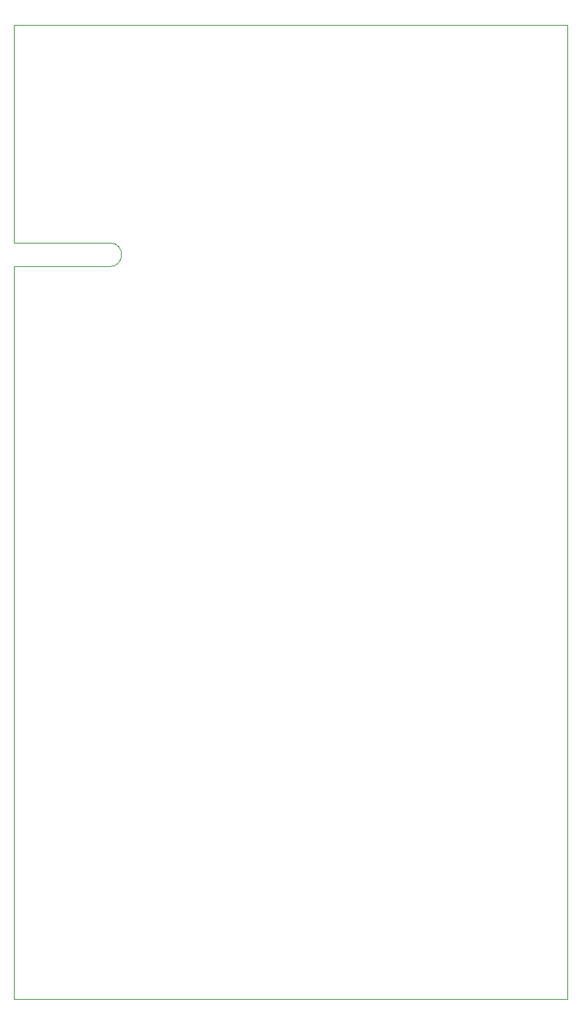
<source format=gbr>
%TF.GenerationSoftware,KiCad,Pcbnew,8.0.7*%
%TF.CreationDate,2025-03-21T14:51:30-04:00*%
%TF.ProjectId,TRS2-Voice-Tester,54525332-2d56-46f6-9963-652d54657374,rev?*%
%TF.SameCoordinates,Original*%
%TF.FileFunction,Profile,NP*%
%FSLAX46Y46*%
G04 Gerber Fmt 4.6, Leading zero omitted, Abs format (unit mm)*
G04 Created by KiCad (PCBNEW 8.0.7) date 2025-03-21 14:51:30*
%MOMM*%
%LPD*%
G01*
G04 APERTURE LIST*
%TA.AperFunction,Profile*%
%ADD10C,0.100000*%
%TD*%
G04 APERTURE END LIST*
D10*
X87500000Y-68720000D02*
X98520000Y-68720000D01*
X87500000Y-68720000D02*
X87500000Y-43560000D01*
X87500000Y-156020000D02*
X87500000Y-71460000D01*
X87500000Y-71460000D02*
X98520000Y-71460000D01*
X98520000Y-68720000D02*
G75*
G02*
X98520000Y-71460000I0J-1370000D01*
G01*
X87500000Y-43560000D02*
X151410000Y-43560000D01*
X151410000Y-43560000D02*
X151410000Y-156020000D01*
X151410000Y-156020000D02*
X87500000Y-156020000D01*
M02*

</source>
